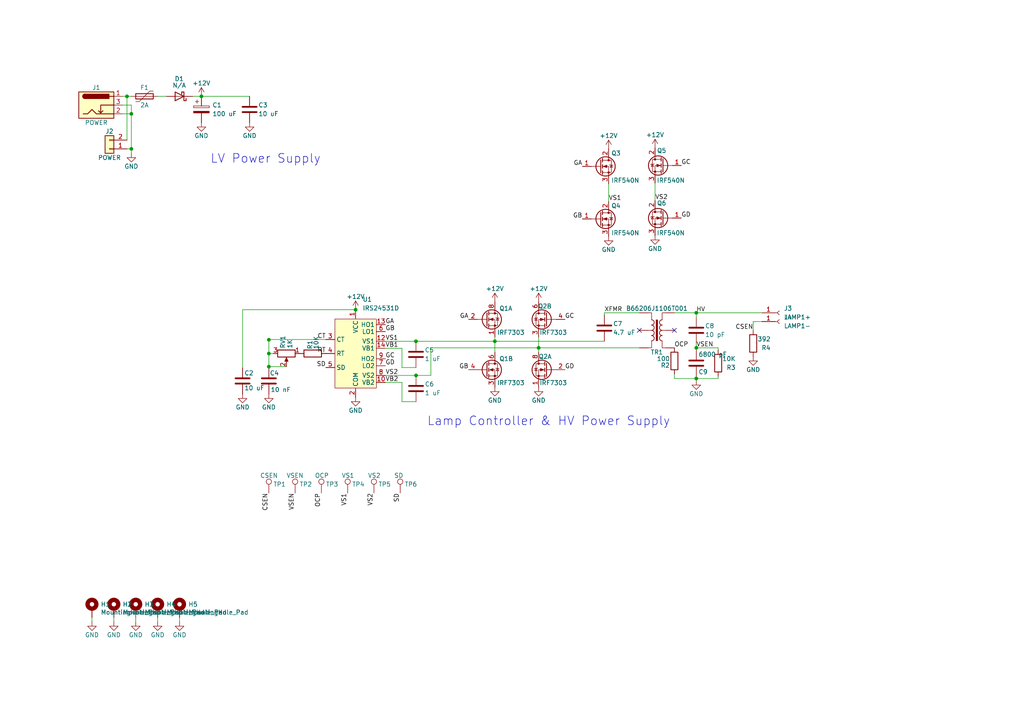
<source format=kicad_sch>
(kicad_sch (version 20211123) (generator eeschema)
  (paper "A4")
  (lib_symbols
    (symbol "Connector:Barrel_Jack_Switch" (pin_names hide)
      (property "Reference" "J" (at 0 5.334 0))
      (property "Value" "Barrel_Jack_Switch" (at 0 -5.08 0))
      (symbol "Barrel_Jack_Switch_0_1"
        (rectangle (start -5.08 3.81) (end 5.08 -3.81) (stroke (width 0.254)) (fill (type background)))
        (arc (start -3.302 3.175) (mid -3.937 2.54) (end -3.302 1.905) (stroke (width 0.254)))
        (arc (start -3.302 3.175) (mid -3.937 2.54) (end -3.302 1.905) (stroke (width 0.254)) (fill (type outline)))
        (polyline (pts (xy 1.27 -2.286) (xy 1.905 -1.651)) (stroke (width 0.254)))
        (polyline (pts (xy 5.08 2.54) (xy 3.81 2.54)) (stroke (width 0.254)))
        (polyline (pts (xy 5.08 0) (xy 1.27 0) (xy 1.27 -2.286) (xy 0.635 -1.651)) (stroke (width 0.254)))
        (polyline (pts (xy -3.81 -2.54) (xy -2.54 -2.54) (xy -1.27 -1.27) (xy 0 -2.54) (xy 2.54 -2.54) (xy 5.08 -2.54)) (stroke (width 0.254)))
        (rectangle (start 3.683 3.175) (end -3.302 1.905) (stroke (width 0.254)) (fill (type outline)))
      )
      (symbol "Barrel_Jack_Switch_1_1"
        (pin passive line (at 7.62 2.54 180) (length 2.54) (name "~") (number "1"))
        (pin passive line (at 7.62 -2.54 180) (length 2.54) (name "~") (number "2"))
        (pin passive line (at 7.62 0 180) (length 2.54) (name "~") (number "3"))
      )
    )
    (symbol "Connector:Conn_01x01_Female" (pin_names (offset 1.016) hide)
      (property "Reference" "J" (at 0 2.54 0))
      (property "Value" "Conn_01x01_Female" (at 0 -2.54 0))
      (symbol "Conn_01x01_Female_1_1"
        (polyline (pts (xy -1.27 0) (xy -0.508 0)) (stroke (width 0.1524)))
        (arc (start 0 0.508) (mid -0.508 0) (end 0 -0.508) (stroke (width 0.1524)))
        (pin passive line (at -5.08 0 0) (length 3.81) (name "Pin_1") (number "1"))
      )
    )
    (symbol "Connector:TestPoint" (pin_numbers hide) (pin_names (offset 0.762) hide)
      (property "Reference" "TP" (at 0 6.858 0))
      (property "Value" "TestPoint" (at 0 5.08 0))
      (symbol "TestPoint_0_1"
        (circle (center 0 3.302) (radius 0.762))
      )
      (symbol "TestPoint_1_1"
        (pin passive line (at 0 0 90) (length 2.54) (name "1") (number "1"))
      )
    )
    (symbol "Connector_Generic:Conn_01x02" (pin_names (offset 1.016) hide)
      (property "Reference" "J" (at 0 2.54 0))
      (property "Value" "Conn_01x02" (at 0 -5.08 0))
      (symbol "Conn_01x02_1_1"
        (rectangle (start -1.27 -2.413) (end 0 -2.667) (stroke (width 0.1524)))
        (rectangle (start -1.27 0.127) (end 0 -0.127) (stroke (width 0.1524)))
        (rectangle (start -1.27 1.27) (end 1.27 -3.81) (stroke (width 0.254)) (fill (type background)))
        (pin passive line (at -5.08 0 0) (length 3.81) (name "Pin_1") (number "1"))
        (pin passive line (at -5.08 -2.54 0) (length 3.81) (name "Pin_2") (number "2"))
      )
    )
    (symbol "Device:C" (pin_numbers hide) (pin_names (offset 0.254))
      (property "Reference" "C" (at 0.635 2.54 0))
      (property "Value" "C" (at 0.635 -2.54 0))
      (symbol "C_0_1"
        (polyline (pts (xy -2.032 -0.762) (xy 2.032 -0.762)) (stroke (width 0.508)))
        (polyline (pts (xy -2.032 0.762) (xy 2.032 0.762)) (stroke (width 0.508)))
      )
      (symbol "C_1_1"
        (pin passive line (at 0 3.81 270) (length 2.794) (name "~") (number "1"))
        (pin passive line (at 0 -3.81 90) (length 2.794) (name "~") (number "2"))
      )
    )
    (symbol "Device:C_Polarized" (pin_numbers hide) (pin_names (offset 0.254))
      (property "Reference" "C" (at 0.635 2.54 0))
      (property "Value" "C_Polarized" (at 0.635 -2.54 0))
      (symbol "C_Polarized_0_1"
        (rectangle (start -2.286 0.508) (end 2.286 1.016))
        (polyline (pts (xy -1.778 2.286) (xy -0.762 2.286)))
        (polyline (pts (xy -1.27 2.794) (xy -1.27 1.778)))
        (rectangle (start 2.286 -0.508) (end -2.286 -1.016) (fill (type outline)))
      )
      (symbol "C_Polarized_1_1"
        (pin passive line (at 0 3.81 270) (length 2.794) (name "~") (number "1"))
        (pin passive line (at 0 -3.81 90) (length 2.794) (name "~") (number "2"))
      )
    )
    (symbol "Device:D_Schottky" (pin_numbers hide) (pin_names (offset 1.016) hide)
      (property "Reference" "D" (at 0 2.54 0))
      (property "Value" "D_Schottky" (at 0 -2.54 0))
      (symbol "D_Schottky_0_1"
        (polyline (pts (xy 1.27 0) (xy -1.27 0)))
        (polyline (pts (xy 1.27 1.27) (xy 1.27 -1.27) (xy -1.27 0) (xy 1.27 1.27)) (stroke (width 0.254)))
        (polyline (pts (xy -1.905 0.635) (xy -1.905 1.27) (xy -1.27 1.27) (xy -1.27 -1.27) (xy -0.635 -1.27) (xy -0.635 -0.635)) (stroke (width 0.254)))
      )
      (symbol "D_Schottky_1_1"
        (pin passive line (at -3.81 0 0) (length 2.54) (name "K") (number "1"))
        (pin passive line (at 3.81 0 180) (length 2.54) (name "A") (number "2"))
      )
    )
    (symbol "Device:Polyfuse" (pin_numbers hide) (pin_names (offset 0))
      (property "Reference" "F" (at -2.54 0 90))
      (property "Value" "Polyfuse" (at 2.54 0 90))
      (symbol "Polyfuse_0_1"
        (rectangle (start -0.762 2.54) (end 0.762 -2.54) (stroke (width 0.254)))
        (polyline (pts (xy 0 2.54) (xy 0 -2.54)))
        (polyline (pts (xy -1.524 2.54) (xy -1.524 1.524) (xy 1.524 -1.524) (xy 1.524 -2.54)))
      )
      (symbol "Polyfuse_1_1"
        (pin passive line (at 0 3.81 270) (length 1.27) (name "~") (number "1"))
        (pin passive line (at 0 -3.81 90) (length 1.27) (name "~") (number "2"))
      )
    )
    (symbol "Device:R" (pin_numbers hide) (pin_names (offset 0))
      (property "Reference" "R" (at 2.032 0 90))
      (property "Value" "R" (at 0 0 90))
      (symbol "R_0_1"
        (rectangle (start -1.016 -2.54) (end 1.016 2.54) (stroke (width 0.254)))
      )
      (symbol "R_1_1"
        (pin passive line (at 0 3.81 270) (length 1.27) (name "~") (number "1"))
        (pin passive line (at 0 -3.81 90) (length 1.27) (name "~") (number "2"))
      )
    )
    (symbol "Device:R_Potentiometer" (pin_names (offset 1.016) hide)
      (property "Reference" "RV" (at -4.445 0 90))
      (property "Value" "R_Potentiometer" (at -2.54 0 90))
      (symbol "R_Potentiometer_0_1"
        (polyline (pts (xy 2.54 0) (xy 1.524 0)))
        (polyline (pts (xy 1.143 0) (xy 2.286 0.508) (xy 2.286 -0.508) (xy 1.143 0)) (fill (type outline)))
        (rectangle (start 1.016 2.54) (end -1.016 -2.54) (stroke (width 0.254)))
      )
      (symbol "R_Potentiometer_1_1"
        (pin passive line (at 0 3.81 270) (length 1.27) (name "1") (number "1"))
        (pin passive line (at 3.81 0 180) (length 1.27) (name "2") (number "2"))
        (pin passive line (at 0 -3.81 90) (length 1.27) (name "3") (number "3"))
      )
    )
    (symbol "Mechanical:MountingHole_Pad" (pin_numbers hide) (pin_names (offset 1.016) hide)
      (property "Reference" "H" (at 0 6.35 0))
      (property "Value" "MountingHole_Pad" (at 0 4.445 0))
      (symbol "MountingHole_Pad_0_1"
        (circle (center 0 1.27) (radius 1.27) (stroke (width 1.27)))
      )
      (symbol "MountingHole_Pad_1_1"
        (pin input line (at 0 -2.54 90) (length 2.54) (name "1") (number "1"))
      )
    )
    (symbol "NeonPSUTestPCB:IRF7303" (pin_names hide)
      (property "Reference" "Q" (at 5.08 1.905 0))
      (property "Value" "IRF7303" (at 5.08 0 0))
      (symbol "IRF7303_0_1"
        (polyline (pts (xy 0.254 0) (xy -2.54 0)))
        (polyline (pts (xy 0.254 1.8796) (xy 0.254 -1.9304)) (stroke (width 0.254)))
        (polyline (pts (xy 0.762 -1.2954) (xy 0.762 -2.3114)) (stroke (width 0.254)))
        (polyline (pts (xy 0.762 0.4826) (xy 0.762 -0.5334)) (stroke (width 0.254)))
        (polyline (pts (xy 0.762 2.2606) (xy 0.762 1.2446)) (stroke (width 0.254)))
        (polyline (pts (xy 2.54 2.5146) (xy 2.54 1.7526)))
        (polyline (pts (xy 2.54 -2.5654) (xy 2.54 -0.0254) (xy 0.762 -0.0254)))
        (polyline (pts (xy 0.762 -1.8034) (xy 3.302 -1.8034) (xy 3.302 1.7526) (xy 0.762 1.7526)))
        (circle (center 1.651 -0.0254) (radius 2.794) (stroke (width 0.254)))
        (circle (center 2.54 -1.8034) (radius 0.254) (fill (type outline)))
        (circle (center 2.54 1.7526) (radius 0.254) (fill (type outline)))
      )
      (symbol "IRF7303_1_1"
        (polyline (pts (xy 1.016 0) (xy 2.032 0.381) (xy 2.032 -0.381) (xy 1.016 0)) (fill (type outline)))
        (polyline (pts (xy 2.794 0.508) (xy 2.921 0.381) (xy 3.683 0.381) (xy 3.81 0.254)))
        (polyline (pts (xy 3.302 0.381) (xy 2.921 -0.254) (xy 3.683 -0.254) (xy 3.302 0.381)))
        (pin passive line (at 2.54 -5.08 90) (length 2.54) (name "S") (number "1"))
        (pin input line (at -5.08 0 0) (length 2.54) (name "G") (number "2"))
        (pin passive line (at 2.54 5.08 270) (length 2.54) hide (name "D") (number "7"))
        (pin passive line (at 2.54 5.08 270) (length 2.54) (name "D") (number "8"))
      )
      (symbol "IRF7303_2_1"
        (polyline (pts (xy 1.016 -0.0254) (xy 2.032 0.3556) (xy 2.032 -0.4064) (xy 1.016 -0.0254)) (fill (type outline)))
        (polyline (pts (xy 2.794 0.4826) (xy 2.921 0.3556) (xy 3.683 0.3556) (xy 3.81 0.2286)))
        (polyline (pts (xy 3.302 0.3556) (xy 2.921 -0.2794) (xy 3.683 -0.2794) (xy 3.302 0.3556)))
        (pin passive line (at 2.54 -5.08 90) (length 2.54) (name "1") (number "3"))
        (pin input line (at -5.08 0 0) (length 2.54) (name "G") (number "4"))
        (pin passive line (at 2.54 5.08 270) (length 2.54) hide (name "D") (number "5"))
        (pin passive line (at 2.54 5.08 270) (length 2.54) (name "D") (number "6"))
      )
    )
    (symbol "NeonPSUTestPCB:IRS2453D"
      (property "Reference" "U" (at -5.588 11.176 0))
      (property "Value" "IRS2453D" (at 5.08 -11.176 0))
      (symbol "IRS2453D_0_1"
        (rectangle (start -5.9944 10.0076) (end 5.9944 -10.0076) (fill (type background)))
      )
      (symbol "IRS2453D_1_1"
        (pin power_in line (at 0 12.7 270) (length 2.54) (name "VCC") (number "1"))
        (pin passive line (at 8.636 -8.382 180) (length 2.54) (name "VB2") (number "10"))
        (pin passive line (at 8.636 3.556 180) (length 2.54) (name "VS1") (number "12"))
        (pin output line (at 8.636 8.382 180) (length 2.54) (name "HO1") (number "13"))
        (pin passive line (at 8.636 1.524 180) (length 2.54) (name "VB1") (number "14"))
        (pin power_in line (at 0 -12.7 90) (length 2.54) (name "COM") (number "2"))
        (pin passive line (at -8.636 4.064 0) (length 2.54) (name "CT") (number "3"))
        (pin passive line (at -8.636 0 0) (length 2.54) (name "RT") (number "4"))
        (pin input line (at -8.636 -4.064 0) (length 2.54) (name "SD") (number "5"))
        (pin output line (at 8.636 6.35 180) (length 2.54) (name "LO1") (number "6"))
        (pin output line (at 8.636 -3.556 180) (length 2.54) (name "LO2") (number "7"))
        (pin passive line (at 8.636 -6.35 180) (length 2.54) (name "VS2") (number "8"))
        (pin output line (at 8.636 -1.524 180) (length 2.54) (name "HO2") (number "9"))
      )
    )
    (symbol "Transformer:TRANSF5" (pin_numbers hide) (pin_names (offset 0))
      (property "Reference" "TR" (at 0 6.35 0))
      (property "Value" "TRANSF5" (at 0 -6.35 0))
      (symbol "TRANSF5_0_1"
        (arc (start -1.524 -3.048) (mid -0.762 -2.286) (end -1.524 -1.524) (stroke (width 0.2032)))
        (arc (start -1.524 -1.524) (mid -0.762 -0.762) (end -1.524 0) (stroke (width 0.2032)))
        (arc (start -1.524 0) (mid -0.762 0.762) (end -1.524 1.524) (stroke (width 0.2032)))
        (arc (start -1.524 1.524) (mid -0.762 2.286) (end -1.524 3.048) (stroke (width 0.2032)))
        (rectangle (start -0.254 3.048) (end 0.254 -3.048) (stroke (width 0.0254)) (fill (type outline)))
        (polyline (pts (xy -1.524 0) (xy -2.54 0) (xy -2.54 0)) (fill (type outline)))
        (polyline (pts (xy 1.524 0) (xy 2.54 0) (xy 2.54 0)) (fill (type outline)))
        (polyline (pts (xy -2.54 5.08) (xy -1.524 5.08) (xy -1.524 3.048) (xy -1.524 3.048)) (stroke (width 0.1524)))
        (polyline (pts (xy -1.524 -3.048) (xy -1.524 -5.08) (xy -2.54 -5.08) (xy -2.54 -5.08)) (stroke (width 0.1524)))
        (polyline (pts (xy 1.524 3.048) (xy 1.524 5.08) (xy 2.54 5.08) (xy 2.54 5.08)) (stroke (width 0.1524)))
        (polyline (pts (xy 2.54 -5.08) (xy 1.524 -5.08) (xy 1.524 -3.048) (xy 1.524 -3.048)) (stroke (width 0.1524)))
        (arc (start 1.524 -1.524) (mid 0.762 -2.286) (end 1.524 -3.048) (stroke (width 0.2032)))
        (arc (start 1.524 0) (mid 0.762 -0.762) (end 1.524 -1.524) (stroke (width 0.2032)))
        (arc (start 1.524 1.524) (mid 0.762 0.762) (end 1.524 0) (stroke (width 0.2032)))
        (arc (start 1.524 3.048) (mid 0.762 2.286) (end 1.524 1.524) (stroke (width 0.2032)))
      )
      (symbol "TRANSF5_1_1"
        (pin passive line (at -5.08 5.08 0) (length 2.54) (name "~") (number "1"))
        (pin passive line (at -5.08 0 0) (length 2.54) (name "~") (number "2"))
        (pin passive line (at -5.08 -5.08 0) (length 2.54) (name "~") (number "3"))
        (pin passive line (at 5.08 -5.08 180) (length 2.54) (name "~") (number "4"))
        (pin passive line (at 5.08 0 180) (length 2.54) (name "~") (number "5"))
        (pin passive line (at 5.08 5.08 180) (length 2.54) (name "~") (number "6"))
      )
    )
    (symbol "Transistor_FET:IRF540N" (pin_names hide)
      (property "Reference" "Q" (at 6.35 1.905 0))
      (property "Value" "IRF540N" (at 6.35 0 0))
      (symbol "IRF540N_0_1"
        (polyline (pts (xy 0.254 0) (xy -2.54 0)))
        (polyline (pts (xy 0.254 1.905) (xy 0.254 -1.905)) (stroke (width 0.254)))
        (polyline (pts (xy 0.762 -1.27) (xy 0.762 -2.286)) (stroke (width 0.254)))
        (polyline (pts (xy 0.762 0.508) (xy 0.762 -0.508)) (stroke (width 0.254)))
        (polyline (pts (xy 0.762 2.286) (xy 0.762 1.27)) (stroke (width 0.254)))
        (polyline (pts (xy 2.54 2.54) (xy 2.54 1.778)))
        (polyline (pts (xy 2.54 -2.54) (xy 2.54 0) (xy 0.762 0)))
        (polyline (pts (xy 0.762 -1.778) (xy 3.302 -1.778) (xy 3.302 1.778) (xy 0.762 1.778)))
        (polyline (pts (xy 1.016 0) (xy 2.032 0.381) (xy 2.032 -0.381) (xy 1.016 0)) (fill (type outline)))
        (polyline (pts (xy 2.794 0.508) (xy 2.921 0.381) (xy 3.683 0.381) (xy 3.81 0.254)))
        (polyline (pts (xy 3.302 0.381) (xy 2.921 -0.254) (xy 3.683 -0.254) (xy 3.302 0.381)))
        (circle (center 1.651 0) (radius 2.794) (stroke (width 0.254)))
        (circle (center 2.54 -1.778) (radius 0.254) (fill (type outline)))
        (circle (center 2.54 1.778) (radius 0.254) (fill (type outline)))
      )
      (symbol "IRF540N_1_1"
        (pin input line (at -5.08 0 0) (length 2.54) (name "G") (number "1"))
        (pin passive line (at 2.54 5.08 270) (length 2.54) (name "D") (number "2"))
        (pin passive line (at 2.54 -5.08 90) (length 2.54) (name "S") (number "3"))
      )
    )
    (symbol "power:+12V" (power) (pin_names (offset 0))
      (property "Value" "+12V" (at 0 3.556 0))
      (symbol "+12V_0_1"
        (polyline (pts (xy -0.762 1.27) (xy 0 2.54)))
        (polyline (pts (xy 0 0) (xy 0 2.54)))
        (polyline (pts (xy 0 2.54) (xy 0.762 1.27)))
      )
      (symbol "+12V_1_1"
        (pin power_in line (at 0 0 90) (length 0) hide (name "+12V") (number "1"))
      )
    )
    (symbol "power:GND" (power) (pin_names (offset 0))
      (property "Value" "GND" (at 0 -3.81 0))
      (symbol "GND_0_1"
        (polyline (pts (xy 0 0) (xy 0 -1.27) (xy 1.27 -1.27) (xy 0 -2.54) (xy -1.27 -1.27) (xy 0 -1.27)))
      )
      (symbol "GND_1_1"
        (pin power_in line (at 0 0 270) (length 0) hide (name "GND") (number "1"))
      )
    )
  )
  (junction (at 143.53 98.98))
  (junction (at 38.1 33.02))
  (junction (at 156.23 100.885))
  (junction (at 201.95 109.775))
  (junction (at 120.6449 98.98))
  (junction (at 77.978 98.552))
  (junction (at 77.978 102.536))
  (junction (at 201.95 90.725))
  (junction (at 77.978 106.346))
  (junction (at 58.42 27.94))
  (junction (at 103.144 89.836))
  (junction (at 38.1 43.18))
  (junction (at 36.83 27.94))
  (junction (at 201.95 100.885))
  (junction (at 120.6675 108.886))
  (no_connect (at 195.6 95.805))
  (no_connect (at 185.44 95.805))
  (wire (pts (xy 35.56 27.94) (xy 36.83 27.94)))
  (wire (pts (xy 208.3 109.775) (xy 201.95 109.775)))
  (wire (pts (xy 33.02 180.34) (xy 33.02 179.07)))
  (wire (pts (xy 35.56 33.02) (xy 38.1 33.02)))
  (wire (pts (xy 26.67 180.34) (xy 26.67 179.07)))
  (wire (pts (xy 77.978 102.536) (xy 77.978 98.552)))
  (wire (pts (xy 195.6 108.505) (xy 195.6 109.775)))
  (wire (pts (xy 45.72 27.94) (xy 48.26 27.94)))
  (wire (pts (xy 195.6 109.775) (xy 201.95 109.775)))
  (wire (pts (xy 175.28 90.725) (xy 185.44 90.725)))
  (wire (pts (xy 116.586 106.6) (xy 120.6449 106.6)))
  (wire (pts (xy 201.95 100.885) (xy 201.95 101.52)))
  (wire (pts (xy 189.992 53.086) (xy 189.992 58.166)))
  (wire (pts (xy 143.53 98.98) (xy 175.28 98.98)))
  (wire (pts (xy 208.3 101.52) (xy 208.3 100.885)))
  (wire (pts (xy 120.6675 108.886) (xy 124.968 108.886)))
  (wire (pts (xy 143.53 98.98) (xy 143.53 102.155)))
  (wire (pts (xy 156.23 97.71) (xy 156.23 100.885)))
  (wire (pts (xy 70.358 89.836) (xy 103.144 89.836)))
  (wire (pts (xy 111.78 110.918) (xy 116.586 110.918)))
  (wire (pts (xy 156.23 100.885) (xy 156.23 102.155)))
  (wire (pts (xy 55.88 27.94) (xy 58.42 27.94)))
  (wire (pts (xy 39.37 180.34) (xy 39.37 179.07)))
  (wire (pts (xy 221 93.265) (xy 218.46 93.265)))
  (wire (pts (xy 77.978 102.536) (xy 77.978 106.346)))
  (wire (pts (xy 38.1 44.45) (xy 38.1 43.18)))
  (wire (pts (xy 156.23 100.885) (xy 185.44 100.885)))
  (wire (pts (xy 111.78 98.98) (xy 120.6449 98.98)))
  (wire (pts (xy 201.95 90.725) (xy 201.95 91.995)))
  (wire (pts (xy 208.3 100.885) (xy 201.95 100.885)))
  (wire (pts (xy 201.95 99.615) (xy 201.95 100.885)))
  (wire (pts (xy 175.28 90.725) (xy 175.28 91.36)))
  (wire (pts (xy 201.95 109.14) (xy 201.95 109.775)))
  (wire (pts (xy 116.586 110.918) (xy 116.586 116.506)))
  (wire (pts (xy 120.6449 98.98) (xy 143.53 98.98)))
  (wire (pts (xy 38.1 43.18) (xy 38.1 33.02)))
  (wire (pts (xy 36.83 27.94) (xy 36.83 40.64)))
  (wire (pts (xy 124.968 108.886) (xy 124.968 100.885)))
  (wire (pts (xy 124.968 100.885) (xy 156.23 100.885)))
  (wire (pts (xy 116.586 101.012) (xy 116.586 106.6)))
  (wire (pts (xy 38.1 33.02) (xy 38.1 30.48)))
  (wire (pts (xy 45.72 180.34) (xy 45.72 179.07)))
  (wire (pts (xy 36.83 27.94) (xy 38.1 27.94)))
  (wire (pts (xy 111.78 108.886) (xy 120.6675 108.886)))
  (wire (pts (xy 36.83 43.18) (xy 38.1 43.18)))
  (wire (pts (xy 218.46 93.265) (xy 218.46 95.805)))
  (wire (pts (xy 35.56 30.48) (xy 38.1 30.48)))
  (wire (pts (xy 70.358 106.68) (xy 70.358 89.836)))
  (wire (pts (xy 77.978 98.552) (xy 77.978 98.472)))
  (wire (pts (xy 208.3 109.14) (xy 208.3 109.775)))
  (wire (pts (xy 176.53 53.34) (xy 176.53 58.42)))
  (wire (pts (xy 201.95 109.775) (xy 201.95 110.41)))
  (wire (pts (xy 201.95 90.725) (xy 221 90.725)))
  (wire (pts (xy 52.07 180.34) (xy 52.07 179.07)))
  (wire (pts (xy 143.53 97.71) (xy 143.53 98.98)))
  (wire (pts (xy 77.978 98.472) (xy 94.508 98.472)))
  (wire (pts (xy 111.78 101.012) (xy 116.586 101.012)))
  (wire (pts (xy 77.978 102.536) (xy 79.268 102.536)))
  (wire (pts (xy 58.42 27.94) (xy 72.39 27.94)))
  (wire (pts (xy 77.978 106.346) (xy 77.978 106.68)))
  (wire (pts (xy 116.586 116.506) (xy 120.6675 116.506)))
  (wire (pts (xy 77.978 106.346) (xy 83.078 106.346)))
  (wire (pts (xy 195.6 90.725) (xy 201.95 90.725)))
  (text "Lamp Controller & HV Power Supply" (at 123.845 123.745 0) (effects (font (size 2.54 2.54)) (justify left bottom)))
  (text "LV Power Supply" (at 60.96 47.625 0) (effects (font (size 2.54 2.54)) (justify left bottom)))
  (label "GB" (at 111.78 96.186 0))
  (label "GC" (at 197.612 48.006 0))
  (label "VS2" (at 111.78 108.886 0))
  (label "GA" (at 135.91 92.63 180))
  (label "GB" (at 168.91 63.5 180))
  (label "VS1" (at 100.838 143.002 270))
  (label "CT" (at 94.508 98.472 180))
  (label "VB1" (at 111.78 101.012 0))
  (label "GC" (at 163.85 92.63 0))
  (label "GA" (at 168.91 48.26 180))
  (label "VSEN" (at 85.598 143.002 270))
  (label "SD" (at 94.508 106.6 180))
  (label "VS1" (at 111.78 98.98 0))
  (label "OCP" (at 195.6 100.885 0))
  (label "GD" (at 197.612 63.246 0))
  (label "VS2" (at 108.458 143.002 270))
  (label "GD" (at 111.78 106.092 0))
  (label "CSEN" (at 218.46 95.805 180))
  (label "RT" (at 94.508 102.536 180))
  (label "GA" (at 111.78 94.154 0))
  (label "GD" (at 163.85 107.235 0))
  (label "SD" (at 116.078 143.002 270))
  (label "XFMR" (at 175.28 90.725 0))
  (label "OCP" (at 93.218 143.002 270))
  (label "VB2" (at 111.78 110.918 0))
  (label "GB" (at 135.91 107.235 180))
  (label "VS2" (at 189.992 58.166 0))
  (label "GC" (at 111.78 104.06 0))
  (label "HV" (at 201.95 90.725 0))
  (label "CSEN" (at 77.978 143.002 270))
  (label "VS1" (at 176.53 58.42 0))
  (label "VSEN" (at 201.95 100.885 0))
  (symbol (lib_id "Device:R") (at 218.46 99.615 180) (unit 1)
    (property "Reference" "R4" (at 223.54 100.885 0) (effects (justify left)))
    (property "Value" "392" (at 223.54 98.345 0) (effects (justify left)))
    (property "Footprint" "Resistor_SMD:R_0805_2012Metric" (effects hide))
    (property "MPN1" "RC0805FR-07392RL" (effects hide))
  )
  (symbol (lib_id "Transistor_FET:IRF540N") (at 173.99 48.26 0) (unit 1)
    (property "Reference" "Q3" (at 177.292 44.45 0) (effects (justify left)))
    (property "Value" "IRF540N" (at 177.292 52.324 0) (effects (justify left)))
    (property "Footprint" "Package_TO_SOT_THT:TO-220-3_Vertical" (effects hide))
    (property "Datasheet" "http://www.irf.com/product-info/datasheets/data/irf540n.pdf" (effects hide))
  )
  (symbol (lib_id "Device:R") (at 195.6 104.695 180) (unit 1)
    (property "Reference" "R2" (at 194.33 105.965 0) (effects (justify left)))
    (property "Value" "100" (at 194.33 104.06 0) (effects (justify left)))
    (property "Footprint" "Resistor_SMD:R_0805_2012Metric" (effects hide))
    (property "MPN1" "RC0805FR-07100RL" (effects hide))
  )
  (symbol (lib_id "Connector:TestPoint") (at 85.598 143.002 0) (unit 1)
    (property "Reference" "TP2" (at 86.868 140.462 0) (effects (justify left)))
    (property "Value" "VSEN" (at 83.058 137.922 0) (effects (justify left)))
    (property "Footprint" "TestPoint:TestPoint_Pad_D1.0mm" (effects hide))
  )
  (symbol (lib_id "Device:C") (at 120.6675 112.696 0) (unit 1)
    (property "Reference" "C6" (at 123.2075 111.426 0) (effects (justify left)))
    (property "Value" "1 uF" (at 123.2075 113.966 0) (effects (justify left)))
    (property "Footprint" "Capacitor_SMD:C_0805_2012Metric" (effects hide))
    (property "MPN1" "C2012X5R1E105M125AA" (effects hide))
  )
  (symbol (lib_id "Mechanical:MountingHole_Pad") (at 52.07 176.53 0) (unit 1)
    (property "Reference" "H5" (at 54.61 175.2854 0) (effects (justify left)))
    (property "Value" "MountingHole_Pad" (at 54.61 177.5968 0) (effects (justify left)))
    (property "Footprint" "MountingHole:MountingHole_2.2mm_M2_Pad_Via" (effects hide))
  )
  (symbol (lib_id "power:GND") (at 58.42 35.56 0) (unit 1)
    (property "Reference" "#PWR08" (effects hide))
    (property "Value" "GND" (at 58.42 39.37 0))
  )
  (symbol (lib_id "power:GND") (at 26.67 180.34 0) (unit 1)
    (property "Reference" "#PWR01" (effects hide))
    (property "Value" "GND" (at 26.67 184.15 0))
  )
  (symbol (lib_id "Mechanical:MountingHole_Pad") (at 39.37 176.53 0) (unit 1)
    (property "Reference" "H3" (at 41.91 175.2854 0) (effects (justify left)))
    (property "Value" "MountingHole_Pad" (at 41.91 177.5968 0) (effects (justify left)))
    (property "Footprint" "MountingHole:MountingHole_2.2mm_M2_Pad_Via" (effects hide))
  )
  (symbol (lib_id "power:+12V") (at 176.53 43.18 0) (unit 1)
    (property "Reference" "#PWR018" (effects hide))
    (property "Value" "+12V" (at 176.53 39.37 0))
  )
  (symbol (lib_id "Connector:Conn_01x01_Female") (at 226.08 93.265 0) (unit 1)
    (property "Reference" "J4" (at 227.35 91.9949 0) (effects (justify left)))
    (property "Value" "LAMP1-" (at 227.35 94.5349 0) (effects (justify left)))
    (property "Footprint" "NeonPSUTestPCB:SpringContact_9.9mm_5mm" (effects hide))
  )
  (symbol (lib_id "power:+12V") (at 156.23 87.55 0) (unit 1)
    (property "Reference" "#PWR016" (effects hide))
    (property "Value" "+12V" (at 156.23 83.74 0))
  )
  (symbol (lib_id "Connector:Barrel_Jack_Switch") (at 27.94 30.48 0) (unit 1)
    (property "Reference" "J1" (at 27.94 25.4 0))
    (property "Value" "POWER" (at 27.94 35.56 0))
    (property "Footprint" "Connector_BarrelJack:BarrelJack_Horizontal" (effects hide))
  )
  (symbol (lib_id "power:GND") (at 218.46 103.425 0) (unit 1)
    (property "Reference" "#PWR023" (effects hide))
    (property "Value" "GND" (at 218.46 107.235 0))
  )
  (symbol (lib_id "Transformer:TRANSF5") (at 190.52 95.805 0) (unit 1)
    (property "Reference" "TR1" (at 190.52 102.155 0))
    (property "Value" "B66206J1106T001" (at 190.52 89.455 0))
    (property "Footprint" "NeonPSUTestPCB:B66206J1106T001" (effects hide))
    (property "MPN1" "B66206J1106T001" (effects hide))
  )
  (symbol (lib_id "power:GND") (at 176.53 68.58 0) (unit 1)
    (property "Reference" "#PWR019" (effects hide))
    (property "Value" "GND" (at 176.53 72.39 0))
  )
  (symbol (lib_id "Device:C") (at 201.95 95.805 0) (unit 1)
    (property "Reference" "C8" (at 204.49 94.535 0) (effects (justify left)))
    (property "Value" "10 pF" (at 204.49 97.075 0) (effects (justify left)))
    (property "Footprint" "Capacitor_SMD:C_1808_4520Metric_Slot" (effects hide))
    (property "MPN1" "C4520C0G3F100F" (effects hide))
  )
  (symbol (lib_id "Device:C") (at 70.358 110.49 0) (unit 1)
    (property "Reference" "C2" (at 70.866 108.204 0) (effects (justify left)))
    (property "Value" "10 uF" (at 70.866 112.522 0) (effects (justify left)))
    (property "Footprint" "Capacitor_SMD:C_0805_2012Metric" (effects hide))
    (property "MPN1" "C2012X5R1V106K085AC" (effects hide))
  )
  (symbol (lib_id "Mechanical:MountingHole_Pad") (at 33.02 176.53 0) (unit 1)
    (property "Reference" "H2" (at 35.56 175.2854 0) (effects (justify left)))
    (property "Value" "MountingHole_Pad" (at 35.56 177.5968 0) (effects (justify left)))
    (property "Footprint" "MountingHole:MountingHole_2.2mm_M2_Pad_Via" (effects hide))
  )
  (symbol (lib_id "Transistor_FET:IRF540N") (at 173.99 63.5 0) (unit 1)
    (property "Reference" "Q4" (at 177.292 59.69 0) (effects (justify left)))
    (property "Value" "IRF540N" (at 177.292 67.564 0) (effects (justify left)))
    (property "Footprint" "Package_TO_SOT_THT:TO-220-3_Vertical" (effects hide))
    (property "Datasheet" "http://www.irf.com/product-info/datasheets/data/irf540n.pdf" (effects hide))
  )
  (symbol (lib_id "power:GND") (at 103.144 115.236 0) (unit 1)
    (property "Reference" "#PWR013" (effects hide))
    (property "Value" "GND" (at 103.144 119.046 0))
  )
  (symbol (lib_id "Device:C") (at 201.95 105.33 0) (unit 1)
    (property "Reference" "C9" (at 202.585 107.87 0) (effects (justify left)))
    (property "Value" "6800 pF" (at 202.585 102.79 0) (effects (justify left)))
    (property "Footprint" "Capacitor_SMD:C_0805_2012Metric" (effects hide))
    (property "MPN1" "CC0805KRX7R9BB682" (effects hide))
  )
  (symbol (lib_id "power:+12V") (at 58.42 27.94 0) (unit 1)
    (property "Reference" "#PWR07" (effects hide))
    (property "Value" "+12V" (at 58.42 24.13 0))
  )
  (symbol (lib_id "power:GND") (at 45.72 180.34 0) (unit 1)
    (property "Reference" "#PWR05" (effects hide))
    (property "Value" "GND" (at 45.72 184.15 0))
  )
  (symbol (lib_id "NeonPSUTestPCB:IRF7303") (at 140.99 107.235 0) (unit 2)
    (property "Reference" "Q1" (at 144.8 104.06 0) (effects (justify left)))
    (property "Value" "IRF7303" (at 144.165 111.045 0) (effects (justify left)))
    (property "Footprint" "Package_SO:SOIC-8_3.9x4.9mm_P1.27mm" (effects hide))
    (property "Datasheet" "https://www.infineon.com/dgdl/irf7303pbf.pdf?fileId=5546d462533600a4015355f1c70a1afc" (effects hide))
    (property "MPN1" "IRF7303TRPBF" (effects hide))
  )
  (symbol (lib_id "Device:R") (at 208.3 105.33 180) (unit 1)
    (property "Reference" "R3" (at 213.38 106.6 0) (effects (justify left)))
    (property "Value" "10K" (at 213.38 104.06 0) (effects (justify left)))
    (property "Footprint" "Resistor_SMD:R_0805_2012Metric" (effects hide))
    (property "MPN1" "RC0805FR-0710KL" (effects hide))
  )
  (symbol (lib_id "power:GND") (at 156.23 112.315 0) (unit 1)
    (property "Reference" "#PWR017" (effects hide))
    (property "Value" "GND" (at 156.23 116.125 0))
  )
  (symbol (lib_id "Connector:TestPoint") (at 116.078 143.002 0) (unit 1)
    (property "Reference" "TP6" (at 117.348 140.462 0) (effects (justify left)))
    (property "Value" "SD" (at 114.3 137.922 0) (effects (justify left)))
    (property "Footprint" "TestPoint:TestPoint_Pad_D1.0mm" (effects hide))
  )
  (symbol (lib_id "Device:C") (at 120.6449 102.79 0) (unit 1)
    (property "Reference" "C5" (at 123.1849 101.52 0) (effects (justify left)))
    (property "Value" "1 uF" (at 123.1849 104.06 0) (effects (justify left)))
    (property "Footprint" "Capacitor_SMD:C_0805_2012Metric" (effects hide))
    (property "MPN1" "C2012X5R1E105M125AA" (effects hide))
  )
  (symbol (lib_id "power:GND") (at 189.992 68.326 0) (unit 1)
    (property "Reference" "#PWR021" (effects hide))
    (property "Value" "GND" (at 189.992 72.136 0))
  )
  (symbol (lib_id "power:GND") (at 70.358 114.3 0) (unit 1)
    (property "Reference" "#PWR09" (effects hide))
    (property "Value" "GND" (at 70.358 118.11 0))
  )
  (symbol (lib_id "power:GND") (at 72.39 35.56 0) (unit 1)
    (property "Reference" "#PWR010" (effects hide))
    (property "Value" "GND" (at 72.39 39.37 0))
  )
  (symbol (lib_id "Transistor_FET:IRF540N") (at 192.532 48.006 0) (mirror y) (unit 1)
    (property "Reference" "Q5" (at 193.294 43.688 0) (effects (justify left)))
    (property "Value" "IRF540N" (at 198.628 52.324 0) (effects (justify left)))
    (property "Footprint" "Package_TO_SOT_THT:TO-220-3_Vertical" (effects hide))
    (property "Datasheet" "http://www.irf.com/product-info/datasheets/data/irf540n.pdf" (effects hide))
  )
  (symbol (lib_id "Mechanical:MountingHole_Pad") (at 45.72 176.53 0) (unit 1)
    (property "Reference" "H4" (at 48.26 175.2854 0) (effects (justify left)))
    (property "Value" "MountingHole_Pad" (at 48.26 177.5968 0) (effects (justify left)))
    (property "Footprint" "MountingHole:MountingHole_2.2mm_M2_Pad_Via" (effects hide))
  )
  (symbol (lib_id "Connector:TestPoint") (at 93.218 143.002 0) (unit 1)
    (property "Reference" "TP3" (at 94.488 140.462 0) (effects (justify left)))
    (property "Value" "OCP" (at 91.313 137.922 0) (effects (justify left)))
    (property "Footprint" "TestPoint:TestPoint_Pad_D1.0mm" (effects hide))
  )
  (symbol (lib_id "Device:C_Polarized") (at 58.42 31.75 0) (unit 1)
    (property "Reference" "C1" (at 61.595 30.48 0) (effects (justify left)))
    (property "Value" "100 uF" (at 61.595 33.02 0) (effects (justify left)))
    (property "Footprint" "Capacitor_SMD:CP_Elec_5x5.3" (effects hide))
    (property "MPN1" "25SVF100M" (effects hide))
  )
  (symbol (lib_id "power:GND") (at 33.02 180.34 0) (unit 1)
    (property "Reference" "#PWR02" (effects hide))
    (property "Value" "GND" (at 33.02 184.15 0))
  )
  (symbol (lib_id "Device:R") (at 90.698 102.536 90) (unit 1)
    (property "Reference" "R1" (at 89.916 101.346 0) (effects (justify left)))
    (property "Value" "10K" (at 91.694 101.346 0) (effects (justify left)))
    (property "Footprint" "Resistor_SMD:R_0805_2012Metric" (effects hide))
    (property "MPN1" "RC0805FR-0710KL" (effects hide))
  )
  (symbol (lib_id "Device:C") (at 72.39 31.75 0) (unit 1)
    (property "Reference" "C3" (at 74.93 30.48 0) (effects (justify left)))
    (property "Value" "10 uF" (at 74.93 33.02 0) (effects (justify left)))
    (property "Footprint" "Capacitor_SMD:C_0805_2012Metric" (effects hide))
    (property "MPN1" "C2012X5R1V106K085AC" (effects hide))
  )
  (symbol (lib_id "Device:C") (at 77.978 110.49 0) (unit 1)
    (property "Reference" "C4" (at 78.232 108.204 0) (effects (justify left)))
    (property "Value" "10 nF" (at 78.486 113.03 0) (effects (justify left)))
    (property "Footprint" "Capacitor_SMD:C_0805_2012Metric" (effects hide))
  )
  (symbol (lib_id "Mechanical:MountingHole_Pad") (at 26.67 176.53 0) (unit 1)
    (property "Reference" "H1" (at 29.21 175.2854 0) (effects (justify left)))
    (property "Value" "MountingHole_Pad" (at 29.21 177.5968 0) (effects (justify left)))
    (property "Footprint" "MountingHole:MountingHole_2.2mm_M2_Pad_Via" (effects hide))
  )
  (symbol (lib_id "NeonPSUTestPCB:IRS2453D") (at 103.144 102.536 0) (unit 1)
    (property "Reference" "U1" (at 105.1634 86.836 0) (effects (justify left)))
    (property "Value" "IRS24531D" (at 105.1634 89.376 0) (effects (justify left)))
    (property "Footprint" "Package_SO:SOIC-14_3.9x8.7mm_P1.27mm" (effects hide))
    (property "MPN1" "IRS24531DSPBF" (effects hide))
  )
  (symbol (lib_id "Device:C") (at 175.28 95.17 0) (unit 1)
    (property "Reference" "C7" (at 177.82 93.9 0) (effects (justify left)))
    (property "Value" "4.7 uF" (at 177.82 96.44 0) (effects (justify left)))
    (property "Footprint" "Capacitor_SMD:C_0805_2012Metric" (effects hide))
    (property "MPN1" "C2012X7R1H475K125AE" (effects hide))
  )
  (symbol (lib_id "Connector:TestPoint") (at 108.458 143.002 0) (unit 1)
    (property "Reference" "TP5" (at 109.728 140.462 0) (effects (justify left)))
    (property "Value" "VS2" (at 106.68 137.922 0) (effects (justify left)))
    (property "Footprint" "TestPoint:TestPoint_Pad_D1.0mm" (effects hide))
  )
  (symbol (lib_id "Connector:TestPoint") (at 77.978 143.002 0) (unit 1)
    (property "Reference" "TP1" (at 79.248 140.462 0) (effects (justify left)))
    (property "Value" "CSEN" (at 75.438 137.922 0) (effects (justify left)))
    (property "Footprint" "TestPoint:TestPoint_Pad_D1.0mm" (effects hide))
  )
  (symbol (lib_id "NeonPSUTestPCB:IRF7303") (at 158.77 92.63 0) (mirror y) (unit 2)
    (property "Reference" "Q2" (at 160.04 88.82 0) (effects (justify left)))
    (property "Value" "IRF7303" (at 164.485 96.44 0) (effects (justify left)))
    (property "Footprint" "Package_SO:SOIC-8_3.9x4.9mm_P1.27mm" (effects hide))
    (property "Datasheet" "https://www.infineon.com/dgdl/irf7303pbf.pdf?fileId=5546d462533600a4015355f1c70a1afc" (effects hide))
    (property "MPN1" "IRF7303TRPBF" (effects hide))
  )
  (symbol (lib_id "NeonPSUTestPCB:IRF7303") (at 158.77 107.235 0) (mirror y) (unit 1)
    (property "Reference" "Q2" (at 160.04 103.425 0) (effects (justify left)))
    (property "Value" "IRF7303" (at 164.485 111.045 0) (effects (justify left)))
    (property "Footprint" "Package_SO:SOIC-8_3.9x4.9mm_P1.27mm" (effects hide))
    (property "Datasheet" "https://www.infineon.com/dgdl/irf7303pbf.pdf?fileId=5546d462533600a4015355f1c70a1afc" (effects hide))
    (property "MPN1" "IRF7303TRPBF" (effects hide))
  )
  (symbol (lib_id "Transistor_FET:IRF540N") (at 192.532 63.246 0) (mirror y) (unit 1)
    (property "Reference" "Q6" (at 193.294 58.928 0) (effects (justify left)))
    (property "Value" "IRF540N" (at 198.628 67.564 0) (effects (justify left)))
    (property "Footprint" "Package_TO_SOT_THT:TO-220-3_Vertical" (effects hide))
    (property "Datasheet" "http://www.irf.com/product-info/datasheets/data/irf540n.pdf" (effects hide))
  )
  (symbol (lib_id "power:+12V") (at 103.144 89.836 0) (unit 1)
    (property "Reference" "#PWR012" (effects hide))
    (property "Value" "+12V" (at 103.144 86.026 0))
  )
  (symbol (lib_id "Device:D_Schottky") (at 52.07 27.94 180) (unit 1)
    (property "Reference" "D1" (at 53.34 22.86 0) (effects (justify left)))
    (property "Value" "N/A" (at 53.975 24.765 0) (effects (justify left)))
    (property "Footprint" "Diode_SMD:D_SOD-123F" (effects hide))
    (property "Datasheet" "https://www.diodes.com/assets/Datasheets/MBR230S1F.pdf" (effects hide))
    (property "MPN1" "MBR230S1F-7" (effects hide))
  )
  (symbol (lib_id "Device:R_Potentiometer") (at 83.078 102.536 270) (unit 1)
    (property "Reference" "RV1" (at 82.042 101.092 0) (effects (justify right)))
    (property "Value" "1K" (at 84.074 101.092 0) (effects (justify right)))
    (property "Footprint" "Potentiometer_THT:Potentiometer_Bourns_3266W_Vertical" (effects hide))
  )
  (symbol (lib_id "power:GND") (at 201.95 110.41 0) (unit 1)
    (property "Reference" "#PWR022" (effects hide))
    (property "Value" "GND" (at 201.95 114.22 0))
  )
  (symbol (lib_id "Connector_Generic:Conn_01x02") (at 31.75 43.18 180) (unit 1)
    (property "Reference" "J2" (at 31.75 38.1 0))
    (property "Value" "POWER" (at 31.75 45.72 0))
    (property "Footprint" "Connector_PinSocket_2.54mm:PinSocket_1x02_P2.54mm_Vertical" (effects hide))
  )
  (symbol (lib_id "power:+12V") (at 189.992 42.926 0) (unit 1)
    (property "Reference" "#PWR020" (effects hide))
    (property "Value" "+12V" (at 189.992 39.116 0))
  )
  (symbol (lib_id "power:GND") (at 52.07 180.34 0) (unit 1)
    (property "Reference" "#PWR06" (effects hide))
    (property "Value" "GND" (at 52.07 184.15 0))
  )
  (symbol (lib_id "power:GND") (at 39.37 180.34 0) (unit 1)
    (property "Reference" "#PWR04" (effects hide))
    (property "Value" "GND" (at 39.37 184.15 0))
  )
  (symbol (lib_id "power:+12V") (at 143.53 87.55 0) (unit 1)
    (property "Reference" "#PWR014" (effects hide))
    (property "Value" "+12V" (at 143.53 83.74 0))
  )
  (symbol (lib_id "Connector:TestPoint") (at 100.838 143.002 0) (unit 1)
    (property "Reference" "TP4" (at 102.108 140.462 0) (effects (justify left)))
    (property "Value" "VS1" (at 99.06 137.922 0) (effects (justify left)))
    (property "Footprint" "TestPoint:TestPoint_Pad_D1.0mm" (effects hide))
  )
  (symbol (lib_id "Device:Polyfuse") (at 41.91 27.94 270) (unit 1)
    (property "Reference" "F1" (at 41.91 25.4 90))
    (property "Value" "2A" (at 41.91 30.48 90))
    (property "Footprint" "Fuse:Fuse_2920_7451Metric" (effects hide))
    (property "Datasheet" "http://m.littelfuse.com/~/media/electronics/datasheets/resettable_ptcs/littelfuse_ptc_2920l_datasheet.pdf.pdf" (effects hide))
    (property "MPN1" "2920L030DR" (effects hide))
  )
  (symbol (lib_id "power:GND") (at 143.53 112.315 0) (unit 1)
    (property "Reference" "#PWR015" (effects hide))
    (property "Value" "GND" (at 143.53 116.125 0))
  )
  (symbol (lib_id "power:GND") (at 77.978 114.3 0) (unit 1)
    (property "Reference" "#PWR011" (effects hide))
    (property "Value" "GND" (at 77.978 118.11 0))
  )
  (symbol (lib_id "Connector:Conn_01x01_Female") (at 226.08 90.725 0) (unit 1)
    (property "Reference" "J3" (at 227.35 89.4549 0) (effects (justify left)))
    (property "Value" "LAMP1+" (at 227.35 91.9949 0) (effects (justify left)))
    (property "Footprint" "NeonPSUTestPCB:SpringContact_9.9mm_5mm" (effects hide))
  )
  (symbol (lib_id "power:GND") (at 38.1 44.45 0) (unit 1)
    (property "Reference" "#PWR03" (effects hide))
    (property "Value" "GND" (at 38.1 48.26 0))
  )
  (symbol (lib_id "NeonPSUTestPCB:IRF7303") (at 140.99 92.63 0) (unit 1)
    (property "Reference" "Q1" (at 144.8 89.455 0) (effects (justify left)))
    (property "Value" "IRF7303" (at 144.165 96.44 0) (effects (justify left)))
    (property "Footprint" "Package_SO:SOIC-8_3.9x4.9mm_P1.27mm" (effects hide))
    (property "Datasheet" "https://www.infineon.com/dgdl/irf7303pbf.pdf?fileId=5546d462533600a4015355f1c70a1afc" (effects hide))
    (property "MPN1" "IRF7303TRPBF" (effects hide))
  )
)
</source>
